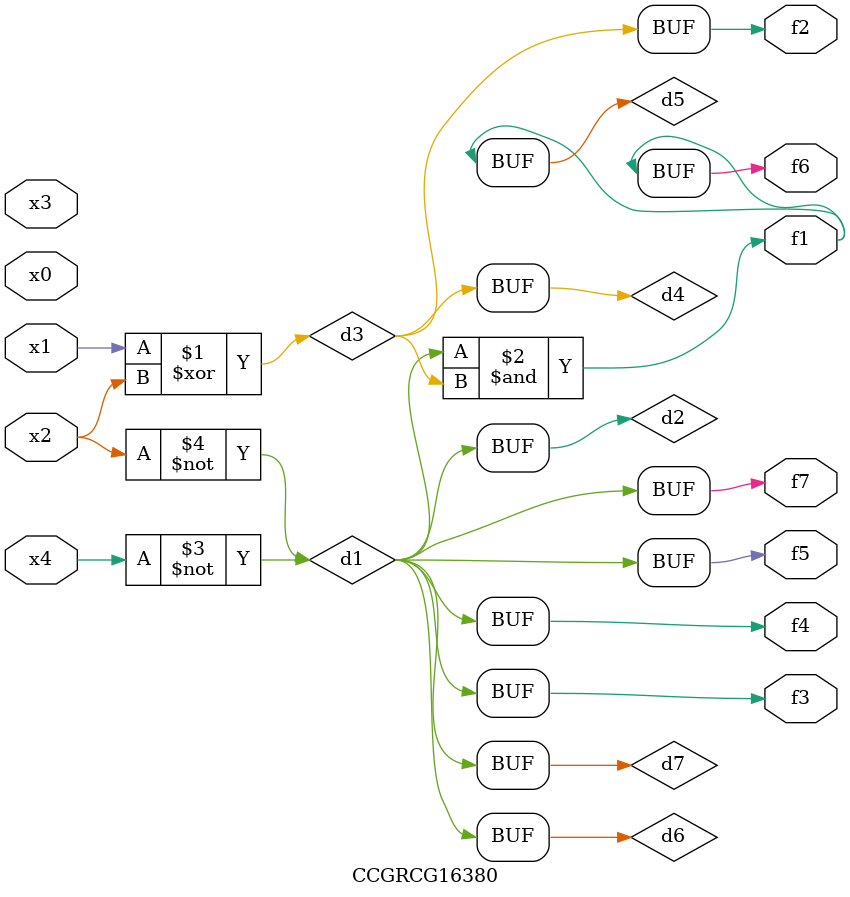
<source format=v>
module CCGRCG16380(
	input x0, x1, x2, x3, x4,
	output f1, f2, f3, f4, f5, f6, f7
);

	wire d1, d2, d3, d4, d5, d6, d7;

	not (d1, x4);
	not (d2, x2);
	xor (d3, x1, x2);
	buf (d4, d3);
	and (d5, d1, d3);
	buf (d6, d1, d2);
	buf (d7, d2);
	assign f1 = d5;
	assign f2 = d4;
	assign f3 = d7;
	assign f4 = d7;
	assign f5 = d7;
	assign f6 = d5;
	assign f7 = d7;
endmodule

</source>
